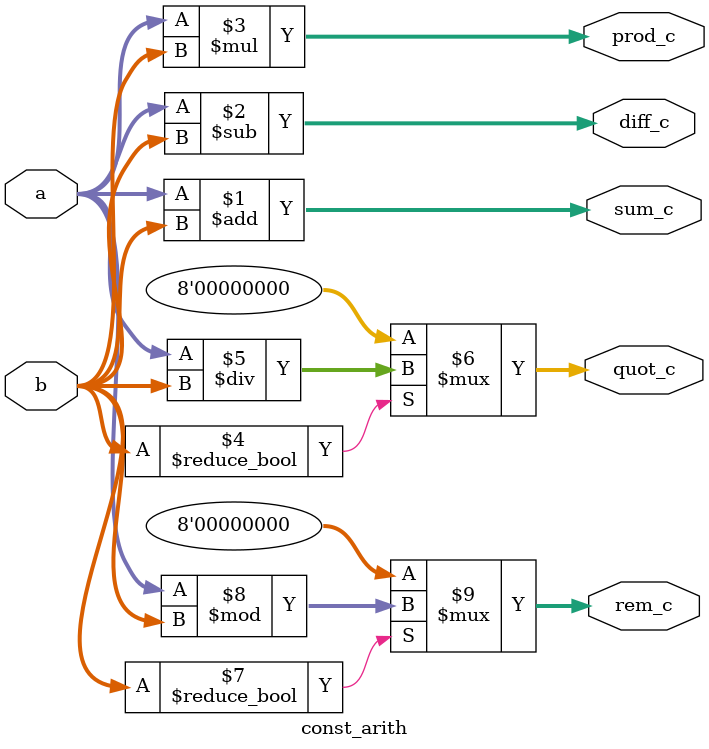
<source format=sv>
module const_arith (
    input  wire [7:0] a,
    input  wire [7:0] b,
    output wire [7:0] sum_c,
    output wire [7:0] diff_c,
    output wire [7:0] prod_c,
    output wire [7:0] quot_c,
    output wire [7:0] rem_c
);
    // Zero‐extend or sign‐extend as needed (here treat both as unsigned)
    assign sum_c  = a + b;
    assign diff_c = a - b;
    assign prod_c = a * b;
    assign quot_c = b != 0 ? (a / b) : 8'd0;
    assign rem_c  = b != 0 ? (a % b) : 8'd0;
endmodule

</source>
